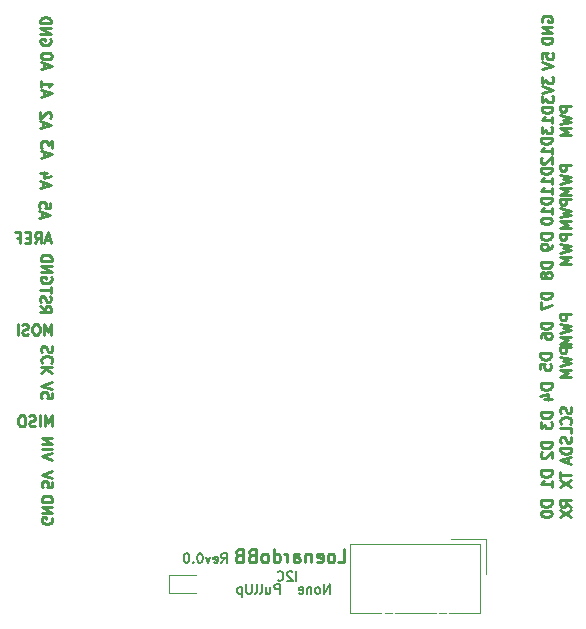
<source format=gbr>
G04 #@! TF.GenerationSoftware,KiCad,Pcbnew,5.0.2-bee76a0~70~ubuntu18.04.1*
G04 #@! TF.CreationDate,2019-02-14T01:12:15+09:00*
G04 #@! TF.ProjectId,LeonardoBB,4c656f6e-6172-4646-9f42-422e6b696361,rev?*
G04 #@! TF.SameCoordinates,Original*
G04 #@! TF.FileFunction,Legend,Bot*
G04 #@! TF.FilePolarity,Positive*
%FSLAX46Y46*%
G04 Gerber Fmt 4.6, Leading zero omitted, Abs format (unit mm)*
G04 Created by KiCad (PCBNEW 5.0.2-bee76a0~70~ubuntu18.04.1) date 2019年02月14日 01時12分15秒*
%MOMM*%
%LPD*%
G01*
G04 APERTURE LIST*
%ADD10C,0.225000*%
%ADD11C,0.200000*%
%ADD12C,0.275000*%
%ADD13C,0.120000*%
G04 APERTURE END LIST*
D10*
X167221642Y-95890714D02*
X166321642Y-95890714D01*
X166321642Y-96233571D01*
X166364500Y-96319285D01*
X166407357Y-96362142D01*
X166493071Y-96405000D01*
X166621642Y-96405000D01*
X166707357Y-96362142D01*
X166750214Y-96319285D01*
X166793071Y-96233571D01*
X166793071Y-95890714D01*
X166321642Y-96705000D02*
X167221642Y-96919285D01*
X166578785Y-97090714D01*
X167221642Y-97262142D01*
X166321642Y-97476428D01*
X167221642Y-97819285D02*
X166321642Y-97819285D01*
X166964500Y-98119285D01*
X166321642Y-98419285D01*
X167221642Y-98419285D01*
X167221642Y-92906214D02*
X166321642Y-92906214D01*
X166321642Y-93249071D01*
X166364500Y-93334785D01*
X166407357Y-93377642D01*
X166493071Y-93420500D01*
X166621642Y-93420500D01*
X166707357Y-93377642D01*
X166750214Y-93334785D01*
X166793071Y-93249071D01*
X166793071Y-92906214D01*
X166321642Y-93720500D02*
X167221642Y-93934785D01*
X166578785Y-94106214D01*
X167221642Y-94277642D01*
X166321642Y-94491928D01*
X167221642Y-94834785D02*
X166321642Y-94834785D01*
X166964500Y-95134785D01*
X166321642Y-95434785D01*
X167221642Y-95434785D01*
X167221642Y-90048714D02*
X166321642Y-90048714D01*
X166321642Y-90391571D01*
X166364500Y-90477285D01*
X166407357Y-90520142D01*
X166493071Y-90563000D01*
X166621642Y-90563000D01*
X166707357Y-90520142D01*
X166750214Y-90477285D01*
X166793071Y-90391571D01*
X166793071Y-90048714D01*
X166321642Y-90863000D02*
X167221642Y-91077285D01*
X166578785Y-91248714D01*
X167221642Y-91420142D01*
X166321642Y-91634428D01*
X167221642Y-91977285D02*
X166321642Y-91977285D01*
X166964500Y-92277285D01*
X166321642Y-92577285D01*
X167221642Y-92577285D01*
X167221642Y-85032214D02*
X166321642Y-85032214D01*
X166321642Y-85375071D01*
X166364500Y-85460785D01*
X166407357Y-85503642D01*
X166493071Y-85546500D01*
X166621642Y-85546500D01*
X166707357Y-85503642D01*
X166750214Y-85460785D01*
X166793071Y-85375071D01*
X166793071Y-85032214D01*
X166321642Y-85846500D02*
X167221642Y-86060785D01*
X166578785Y-86232214D01*
X167221642Y-86403642D01*
X166321642Y-86617928D01*
X167221642Y-86960785D02*
X166321642Y-86960785D01*
X166964500Y-87260785D01*
X166321642Y-87560785D01*
X167221642Y-87560785D01*
X167221642Y-102685214D02*
X166321642Y-102685214D01*
X166321642Y-103028071D01*
X166364500Y-103113785D01*
X166407357Y-103156642D01*
X166493071Y-103199500D01*
X166621642Y-103199500D01*
X166707357Y-103156642D01*
X166750214Y-103113785D01*
X166793071Y-103028071D01*
X166793071Y-102685214D01*
X166321642Y-103499500D02*
X167221642Y-103713785D01*
X166578785Y-103885214D01*
X167221642Y-104056642D01*
X166321642Y-104270928D01*
X167221642Y-104613785D02*
X166321642Y-104613785D01*
X166964500Y-104913785D01*
X166321642Y-105213785D01*
X167221642Y-105213785D01*
X167221642Y-105479214D02*
X166321642Y-105479214D01*
X166321642Y-105822071D01*
X166364500Y-105907785D01*
X166407357Y-105950642D01*
X166493071Y-105993500D01*
X166621642Y-105993500D01*
X166707357Y-105950642D01*
X166750214Y-105907785D01*
X166793071Y-105822071D01*
X166793071Y-105479214D01*
X166321642Y-106293500D02*
X167221642Y-106507785D01*
X166578785Y-106679214D01*
X167221642Y-106850642D01*
X166321642Y-107064928D01*
X167221642Y-107407785D02*
X166321642Y-107407785D01*
X166964500Y-107707785D01*
X166321642Y-108007785D01*
X167221642Y-108007785D01*
X167221642Y-118976000D02*
X166793071Y-118676000D01*
X167221642Y-118461714D02*
X166321642Y-118461714D01*
X166321642Y-118804571D01*
X166364500Y-118890285D01*
X166407357Y-118933142D01*
X166493071Y-118976000D01*
X166621642Y-118976000D01*
X166707357Y-118933142D01*
X166750214Y-118890285D01*
X166793071Y-118804571D01*
X166793071Y-118461714D01*
X166321642Y-119276000D02*
X167221642Y-119876000D01*
X166321642Y-119876000D02*
X167221642Y-119276000D01*
X166321642Y-116027285D02*
X166321642Y-116541571D01*
X167221642Y-116284428D02*
X166321642Y-116284428D01*
X166321642Y-116755857D02*
X167221642Y-117355857D01*
X166321642Y-117355857D02*
X167221642Y-116755857D01*
X167178785Y-110561571D02*
X167221642Y-110690142D01*
X167221642Y-110904428D01*
X167178785Y-110990142D01*
X167135928Y-111033000D01*
X167050214Y-111075857D01*
X166964500Y-111075857D01*
X166878785Y-111033000D01*
X166835928Y-110990142D01*
X166793071Y-110904428D01*
X166750214Y-110733000D01*
X166707357Y-110647285D01*
X166664500Y-110604428D01*
X166578785Y-110561571D01*
X166493071Y-110561571D01*
X166407357Y-110604428D01*
X166364500Y-110647285D01*
X166321642Y-110733000D01*
X166321642Y-110947285D01*
X166364500Y-111075857D01*
X167135928Y-111975857D02*
X167178785Y-111933000D01*
X167221642Y-111804428D01*
X167221642Y-111718714D01*
X167178785Y-111590142D01*
X167093071Y-111504428D01*
X167007357Y-111461571D01*
X166835928Y-111418714D01*
X166707357Y-111418714D01*
X166535928Y-111461571D01*
X166450214Y-111504428D01*
X166364500Y-111590142D01*
X166321642Y-111718714D01*
X166321642Y-111804428D01*
X166364500Y-111933000D01*
X166407357Y-111975857D01*
X167221642Y-112790142D02*
X167221642Y-112361571D01*
X166321642Y-112361571D01*
X167178785Y-113080142D02*
X167221642Y-113208714D01*
X167221642Y-113423000D01*
X167178785Y-113508714D01*
X167135928Y-113551571D01*
X167050214Y-113594428D01*
X166964500Y-113594428D01*
X166878785Y-113551571D01*
X166835928Y-113508714D01*
X166793071Y-113423000D01*
X166750214Y-113251571D01*
X166707357Y-113165857D01*
X166664500Y-113123000D01*
X166578785Y-113080142D01*
X166493071Y-113080142D01*
X166407357Y-113123000D01*
X166364500Y-113165857D01*
X166321642Y-113251571D01*
X166321642Y-113465857D01*
X166364500Y-113594428D01*
X167221642Y-113980142D02*
X166321642Y-113980142D01*
X166321642Y-114194428D01*
X166364500Y-114323000D01*
X166450214Y-114408714D01*
X166535928Y-114451571D01*
X166707357Y-114494428D01*
X166835928Y-114494428D01*
X167007357Y-114451571D01*
X167093071Y-114408714D01*
X167178785Y-114323000D01*
X167221642Y-114194428D01*
X167221642Y-113980142D01*
X166964500Y-114837285D02*
X166964500Y-115265857D01*
X167221642Y-114751571D02*
X166321642Y-115051571D01*
X167221642Y-115351571D01*
D11*
X137623380Y-123742404D02*
X137890047Y-123361452D01*
X138080523Y-123742404D02*
X138080523Y-122942404D01*
X137775761Y-122942404D01*
X137699571Y-122980500D01*
X137661476Y-123018595D01*
X137623380Y-123094785D01*
X137623380Y-123209071D01*
X137661476Y-123285261D01*
X137699571Y-123323357D01*
X137775761Y-123361452D01*
X138080523Y-123361452D01*
X136975761Y-123704309D02*
X137051952Y-123742404D01*
X137204333Y-123742404D01*
X137280523Y-123704309D01*
X137318619Y-123628119D01*
X137318619Y-123323357D01*
X137280523Y-123247166D01*
X137204333Y-123209071D01*
X137051952Y-123209071D01*
X136975761Y-123247166D01*
X136937666Y-123323357D01*
X136937666Y-123399547D01*
X137318619Y-123475738D01*
X136671000Y-123209071D02*
X136480523Y-123742404D01*
X136290047Y-123209071D01*
X135832904Y-122942404D02*
X135756714Y-122942404D01*
X135680523Y-122980500D01*
X135642428Y-123018595D01*
X135604333Y-123094785D01*
X135566238Y-123247166D01*
X135566238Y-123437642D01*
X135604333Y-123590023D01*
X135642428Y-123666214D01*
X135680523Y-123704309D01*
X135756714Y-123742404D01*
X135832904Y-123742404D01*
X135909095Y-123704309D01*
X135947190Y-123666214D01*
X135985285Y-123590023D01*
X136023380Y-123437642D01*
X136023380Y-123247166D01*
X135985285Y-123094785D01*
X135947190Y-123018595D01*
X135909095Y-122980500D01*
X135832904Y-122942404D01*
X135223380Y-123666214D02*
X135185285Y-123704309D01*
X135223380Y-123742404D01*
X135261476Y-123704309D01*
X135223380Y-123666214D01*
X135223380Y-123742404D01*
X134690047Y-122942404D02*
X134613857Y-122942404D01*
X134537666Y-122980500D01*
X134499571Y-123018595D01*
X134461476Y-123094785D01*
X134423380Y-123247166D01*
X134423380Y-123437642D01*
X134461476Y-123590023D01*
X134499571Y-123666214D01*
X134537666Y-123704309D01*
X134613857Y-123742404D01*
X134690047Y-123742404D01*
X134766238Y-123704309D01*
X134804333Y-123666214D01*
X134842428Y-123590023D01*
X134880523Y-123437642D01*
X134880523Y-123247166D01*
X134842428Y-123094785D01*
X134804333Y-123018595D01*
X134766238Y-122980500D01*
X134690047Y-122942404D01*
D12*
X147506023Y-123687619D02*
X148029833Y-123687619D01*
X148029833Y-122587619D01*
X146982214Y-123687619D02*
X147086976Y-123635238D01*
X147139357Y-123582857D01*
X147191738Y-123478095D01*
X147191738Y-123163809D01*
X147139357Y-123059047D01*
X147086976Y-123006666D01*
X146982214Y-122954285D01*
X146825071Y-122954285D01*
X146720309Y-123006666D01*
X146667928Y-123059047D01*
X146615547Y-123163809D01*
X146615547Y-123478095D01*
X146667928Y-123582857D01*
X146720309Y-123635238D01*
X146825071Y-123687619D01*
X146982214Y-123687619D01*
X145725071Y-123635238D02*
X145829833Y-123687619D01*
X146039357Y-123687619D01*
X146144119Y-123635238D01*
X146196500Y-123530476D01*
X146196500Y-123111428D01*
X146144119Y-123006666D01*
X146039357Y-122954285D01*
X145829833Y-122954285D01*
X145725071Y-123006666D01*
X145672690Y-123111428D01*
X145672690Y-123216190D01*
X146196500Y-123320952D01*
X145201261Y-122954285D02*
X145201261Y-123687619D01*
X145201261Y-123059047D02*
X145148880Y-123006666D01*
X145044119Y-122954285D01*
X144886976Y-122954285D01*
X144782214Y-123006666D01*
X144729833Y-123111428D01*
X144729833Y-123687619D01*
X143734595Y-123687619D02*
X143734595Y-123111428D01*
X143786976Y-123006666D01*
X143891738Y-122954285D01*
X144101261Y-122954285D01*
X144206023Y-123006666D01*
X143734595Y-123635238D02*
X143839357Y-123687619D01*
X144101261Y-123687619D01*
X144206023Y-123635238D01*
X144258404Y-123530476D01*
X144258404Y-123425714D01*
X144206023Y-123320952D01*
X144101261Y-123268571D01*
X143839357Y-123268571D01*
X143734595Y-123216190D01*
X143210785Y-123687619D02*
X143210785Y-122954285D01*
X143210785Y-123163809D02*
X143158404Y-123059047D01*
X143106023Y-123006666D01*
X143001261Y-122954285D01*
X142896500Y-122954285D01*
X142058404Y-123687619D02*
X142058404Y-122587619D01*
X142058404Y-123635238D02*
X142163166Y-123687619D01*
X142372690Y-123687619D01*
X142477452Y-123635238D01*
X142529833Y-123582857D01*
X142582214Y-123478095D01*
X142582214Y-123163809D01*
X142529833Y-123059047D01*
X142477452Y-123006666D01*
X142372690Y-122954285D01*
X142163166Y-122954285D01*
X142058404Y-123006666D01*
X141377452Y-123687619D02*
X141482214Y-123635238D01*
X141534595Y-123582857D01*
X141586976Y-123478095D01*
X141586976Y-123163809D01*
X141534595Y-123059047D01*
X141482214Y-123006666D01*
X141377452Y-122954285D01*
X141220309Y-122954285D01*
X141115547Y-123006666D01*
X141063166Y-123059047D01*
X141010785Y-123163809D01*
X141010785Y-123478095D01*
X141063166Y-123582857D01*
X141115547Y-123635238D01*
X141220309Y-123687619D01*
X141377452Y-123687619D01*
X140172690Y-123111428D02*
X140015547Y-123163809D01*
X139963166Y-123216190D01*
X139910785Y-123320952D01*
X139910785Y-123478095D01*
X139963166Y-123582857D01*
X140015547Y-123635238D01*
X140120309Y-123687619D01*
X140539357Y-123687619D01*
X140539357Y-122587619D01*
X140172690Y-122587619D01*
X140067928Y-122640000D01*
X140015547Y-122692380D01*
X139963166Y-122797142D01*
X139963166Y-122901904D01*
X140015547Y-123006666D01*
X140067928Y-123059047D01*
X140172690Y-123111428D01*
X140539357Y-123111428D01*
X139072690Y-123111428D02*
X138915547Y-123163809D01*
X138863166Y-123216190D01*
X138810785Y-123320952D01*
X138810785Y-123478095D01*
X138863166Y-123582857D01*
X138915547Y-123635238D01*
X139020309Y-123687619D01*
X139439357Y-123687619D01*
X139439357Y-122587619D01*
X139072690Y-122587619D01*
X138967928Y-122640000D01*
X138915547Y-122692380D01*
X138863166Y-122797142D01*
X138863166Y-122901904D01*
X138915547Y-123006666D01*
X138967928Y-123059047D01*
X139072690Y-123111428D01*
X139439357Y-123111428D01*
D11*
X143973452Y-125266404D02*
X143973452Y-124466404D01*
X143630595Y-124542595D02*
X143592500Y-124504500D01*
X143516309Y-124466404D01*
X143325833Y-124466404D01*
X143249642Y-124504500D01*
X143211547Y-124542595D01*
X143173452Y-124618785D01*
X143173452Y-124694976D01*
X143211547Y-124809261D01*
X143668690Y-125266404D01*
X143173452Y-125266404D01*
X142373452Y-125190214D02*
X142411547Y-125228309D01*
X142525833Y-125266404D01*
X142602023Y-125266404D01*
X142716309Y-125228309D01*
X142792500Y-125152119D01*
X142830595Y-125075928D01*
X142868690Y-124923547D01*
X142868690Y-124809261D01*
X142830595Y-124656880D01*
X142792500Y-124580690D01*
X142716309Y-124504500D01*
X142602023Y-124466404D01*
X142525833Y-124466404D01*
X142411547Y-124504500D01*
X142373452Y-124542595D01*
X146773738Y-126345904D02*
X146773738Y-125545904D01*
X146316595Y-126345904D01*
X146316595Y-125545904D01*
X145821357Y-126345904D02*
X145897547Y-126307809D01*
X145935642Y-126269714D01*
X145973738Y-126193523D01*
X145973738Y-125964952D01*
X145935642Y-125888761D01*
X145897547Y-125850666D01*
X145821357Y-125812571D01*
X145707071Y-125812571D01*
X145630880Y-125850666D01*
X145592785Y-125888761D01*
X145554690Y-125964952D01*
X145554690Y-126193523D01*
X145592785Y-126269714D01*
X145630880Y-126307809D01*
X145707071Y-126345904D01*
X145821357Y-126345904D01*
X145211833Y-125812571D02*
X145211833Y-126345904D01*
X145211833Y-125888761D02*
X145173738Y-125850666D01*
X145097547Y-125812571D01*
X144983261Y-125812571D01*
X144907071Y-125850666D01*
X144868976Y-125926857D01*
X144868976Y-126345904D01*
X144183261Y-126307809D02*
X144259452Y-126345904D01*
X144411833Y-126345904D01*
X144488023Y-126307809D01*
X144526119Y-126231619D01*
X144526119Y-125926857D01*
X144488023Y-125850666D01*
X144411833Y-125812571D01*
X144259452Y-125812571D01*
X144183261Y-125850666D01*
X144145166Y-125926857D01*
X144145166Y-126003047D01*
X144526119Y-126079238D01*
X142550928Y-126345904D02*
X142550928Y-125545904D01*
X142246166Y-125545904D01*
X142169976Y-125584000D01*
X142131880Y-125622095D01*
X142093785Y-125698285D01*
X142093785Y-125812571D01*
X142131880Y-125888761D01*
X142169976Y-125926857D01*
X142246166Y-125964952D01*
X142550928Y-125964952D01*
X141408071Y-125812571D02*
X141408071Y-126345904D01*
X141750928Y-125812571D02*
X141750928Y-126231619D01*
X141712833Y-126307809D01*
X141636642Y-126345904D01*
X141522357Y-126345904D01*
X141446166Y-126307809D01*
X141408071Y-126269714D01*
X140912833Y-126345904D02*
X140989023Y-126307809D01*
X141027119Y-126231619D01*
X141027119Y-125545904D01*
X140493785Y-126345904D02*
X140569976Y-126307809D01*
X140608071Y-126231619D01*
X140608071Y-125545904D01*
X140189023Y-125545904D02*
X140189023Y-126193523D01*
X140150928Y-126269714D01*
X140112833Y-126307809D01*
X140036642Y-126345904D01*
X139884261Y-126345904D01*
X139808071Y-126307809D01*
X139769976Y-126269714D01*
X139731880Y-126193523D01*
X139731880Y-125545904D01*
X139350928Y-125812571D02*
X139350928Y-126612571D01*
X139350928Y-125850666D02*
X139274738Y-125812571D01*
X139122357Y-125812571D01*
X139046166Y-125850666D01*
X139008071Y-125888761D01*
X138969976Y-125964952D01*
X138969976Y-126193523D01*
X139008071Y-126269714D01*
X139046166Y-126307809D01*
X139122357Y-126345904D01*
X139274738Y-126345904D01*
X139350928Y-126307809D01*
D10*
X165570642Y-118461714D02*
X164670642Y-118461714D01*
X164670642Y-118676000D01*
X164713500Y-118804571D01*
X164799214Y-118890285D01*
X164884928Y-118933142D01*
X165056357Y-118976000D01*
X165184928Y-118976000D01*
X165356357Y-118933142D01*
X165442071Y-118890285D01*
X165527785Y-118804571D01*
X165570642Y-118676000D01*
X165570642Y-118461714D01*
X164670642Y-119533142D02*
X164670642Y-119618857D01*
X164713500Y-119704571D01*
X164756357Y-119747428D01*
X164842071Y-119790285D01*
X165013500Y-119833142D01*
X165227785Y-119833142D01*
X165399214Y-119790285D01*
X165484928Y-119747428D01*
X165527785Y-119704571D01*
X165570642Y-119618857D01*
X165570642Y-119533142D01*
X165527785Y-119447428D01*
X165484928Y-119404571D01*
X165399214Y-119361714D01*
X165227785Y-119318857D01*
X165013500Y-119318857D01*
X164842071Y-119361714D01*
X164756357Y-119404571D01*
X164713500Y-119447428D01*
X164670642Y-119533142D01*
X165570642Y-115921714D02*
X164670642Y-115921714D01*
X164670642Y-116136000D01*
X164713500Y-116264571D01*
X164799214Y-116350285D01*
X164884928Y-116393142D01*
X165056357Y-116436000D01*
X165184928Y-116436000D01*
X165356357Y-116393142D01*
X165442071Y-116350285D01*
X165527785Y-116264571D01*
X165570642Y-116136000D01*
X165570642Y-115921714D01*
X165570642Y-117293142D02*
X165570642Y-116778857D01*
X165570642Y-117036000D02*
X164670642Y-117036000D01*
X164799214Y-116950285D01*
X164884928Y-116864571D01*
X164927785Y-116778857D01*
X165570642Y-113508714D02*
X164670642Y-113508714D01*
X164670642Y-113723000D01*
X164713500Y-113851571D01*
X164799214Y-113937285D01*
X164884928Y-113980142D01*
X165056357Y-114023000D01*
X165184928Y-114023000D01*
X165356357Y-113980142D01*
X165442071Y-113937285D01*
X165527785Y-113851571D01*
X165570642Y-113723000D01*
X165570642Y-113508714D01*
X164756357Y-114365857D02*
X164713500Y-114408714D01*
X164670642Y-114494428D01*
X164670642Y-114708714D01*
X164713500Y-114794428D01*
X164756357Y-114837285D01*
X164842071Y-114880142D01*
X164927785Y-114880142D01*
X165056357Y-114837285D01*
X165570642Y-114323000D01*
X165570642Y-114880142D01*
X165570642Y-110968714D02*
X164670642Y-110968714D01*
X164670642Y-111183000D01*
X164713500Y-111311571D01*
X164799214Y-111397285D01*
X164884928Y-111440142D01*
X165056357Y-111483000D01*
X165184928Y-111483000D01*
X165356357Y-111440142D01*
X165442071Y-111397285D01*
X165527785Y-111311571D01*
X165570642Y-111183000D01*
X165570642Y-110968714D01*
X164670642Y-111783000D02*
X164670642Y-112340142D01*
X165013500Y-112040142D01*
X165013500Y-112168714D01*
X165056357Y-112254428D01*
X165099214Y-112297285D01*
X165184928Y-112340142D01*
X165399214Y-112340142D01*
X165484928Y-112297285D01*
X165527785Y-112254428D01*
X165570642Y-112168714D01*
X165570642Y-111911571D01*
X165527785Y-111825857D01*
X165484928Y-111783000D01*
X165570642Y-108555714D02*
X164670642Y-108555714D01*
X164670642Y-108770000D01*
X164713500Y-108898571D01*
X164799214Y-108984285D01*
X164884928Y-109027142D01*
X165056357Y-109070000D01*
X165184928Y-109070000D01*
X165356357Y-109027142D01*
X165442071Y-108984285D01*
X165527785Y-108898571D01*
X165570642Y-108770000D01*
X165570642Y-108555714D01*
X164970642Y-109841428D02*
X165570642Y-109841428D01*
X164627785Y-109627142D02*
X165270642Y-109412857D01*
X165270642Y-109970000D01*
X165507142Y-106015714D02*
X164607142Y-106015714D01*
X164607142Y-106230000D01*
X164650000Y-106358571D01*
X164735714Y-106444285D01*
X164821428Y-106487142D01*
X164992857Y-106530000D01*
X165121428Y-106530000D01*
X165292857Y-106487142D01*
X165378571Y-106444285D01*
X165464285Y-106358571D01*
X165507142Y-106230000D01*
X165507142Y-106015714D01*
X164607142Y-107344285D02*
X164607142Y-106915714D01*
X165035714Y-106872857D01*
X164992857Y-106915714D01*
X164950000Y-107001428D01*
X164950000Y-107215714D01*
X164992857Y-107301428D01*
X165035714Y-107344285D01*
X165121428Y-107387142D01*
X165335714Y-107387142D01*
X165421428Y-107344285D01*
X165464285Y-107301428D01*
X165507142Y-107215714D01*
X165507142Y-107001428D01*
X165464285Y-106915714D01*
X165421428Y-106872857D01*
X165570642Y-103412214D02*
X164670642Y-103412214D01*
X164670642Y-103626500D01*
X164713500Y-103755071D01*
X164799214Y-103840785D01*
X164884928Y-103883642D01*
X165056357Y-103926500D01*
X165184928Y-103926500D01*
X165356357Y-103883642D01*
X165442071Y-103840785D01*
X165527785Y-103755071D01*
X165570642Y-103626500D01*
X165570642Y-103412214D01*
X164670642Y-104697928D02*
X164670642Y-104526500D01*
X164713500Y-104440785D01*
X164756357Y-104397928D01*
X164884928Y-104312214D01*
X165056357Y-104269357D01*
X165399214Y-104269357D01*
X165484928Y-104312214D01*
X165527785Y-104355071D01*
X165570642Y-104440785D01*
X165570642Y-104612214D01*
X165527785Y-104697928D01*
X165484928Y-104740785D01*
X165399214Y-104783642D01*
X165184928Y-104783642D01*
X165099214Y-104740785D01*
X165056357Y-104697928D01*
X165013500Y-104612214D01*
X165013500Y-104440785D01*
X165056357Y-104355071D01*
X165099214Y-104312214D01*
X165184928Y-104269357D01*
X165570642Y-100872214D02*
X164670642Y-100872214D01*
X164670642Y-101086500D01*
X164713500Y-101215071D01*
X164799214Y-101300785D01*
X164884928Y-101343642D01*
X165056357Y-101386500D01*
X165184928Y-101386500D01*
X165356357Y-101343642D01*
X165442071Y-101300785D01*
X165527785Y-101215071D01*
X165570642Y-101086500D01*
X165570642Y-100872214D01*
X164670642Y-101686500D02*
X164670642Y-102286500D01*
X165570642Y-101900785D01*
X165570642Y-98268714D02*
X164670642Y-98268714D01*
X164670642Y-98483000D01*
X164713500Y-98611571D01*
X164799214Y-98697285D01*
X164884928Y-98740142D01*
X165056357Y-98783000D01*
X165184928Y-98783000D01*
X165356357Y-98740142D01*
X165442071Y-98697285D01*
X165527785Y-98611571D01*
X165570642Y-98483000D01*
X165570642Y-98268714D01*
X165056357Y-99297285D02*
X165013500Y-99211571D01*
X164970642Y-99168714D01*
X164884928Y-99125857D01*
X164842071Y-99125857D01*
X164756357Y-99168714D01*
X164713500Y-99211571D01*
X164670642Y-99297285D01*
X164670642Y-99468714D01*
X164713500Y-99554428D01*
X164756357Y-99597285D01*
X164842071Y-99640142D01*
X164884928Y-99640142D01*
X164970642Y-99597285D01*
X165013500Y-99554428D01*
X165056357Y-99468714D01*
X165056357Y-99297285D01*
X165099214Y-99211571D01*
X165142071Y-99168714D01*
X165227785Y-99125857D01*
X165399214Y-99125857D01*
X165484928Y-99168714D01*
X165527785Y-99211571D01*
X165570642Y-99297285D01*
X165570642Y-99468714D01*
X165527785Y-99554428D01*
X165484928Y-99597285D01*
X165399214Y-99640142D01*
X165227785Y-99640142D01*
X165142071Y-99597285D01*
X165099214Y-99554428D01*
X165056357Y-99468714D01*
X165570642Y-95855714D02*
X164670642Y-95855714D01*
X164670642Y-96070000D01*
X164713500Y-96198571D01*
X164799214Y-96284285D01*
X164884928Y-96327142D01*
X165056357Y-96370000D01*
X165184928Y-96370000D01*
X165356357Y-96327142D01*
X165442071Y-96284285D01*
X165527785Y-96198571D01*
X165570642Y-96070000D01*
X165570642Y-95855714D01*
X165570642Y-96798571D02*
X165570642Y-96970000D01*
X165527785Y-97055714D01*
X165484928Y-97098571D01*
X165356357Y-97184285D01*
X165184928Y-97227142D01*
X164842071Y-97227142D01*
X164756357Y-97184285D01*
X164713500Y-97141428D01*
X164670642Y-97055714D01*
X164670642Y-96884285D01*
X164713500Y-96798571D01*
X164756357Y-96755714D01*
X164842071Y-96712857D01*
X165056357Y-96712857D01*
X165142071Y-96755714D01*
X165184928Y-96798571D01*
X165227785Y-96884285D01*
X165227785Y-97055714D01*
X165184928Y-97141428D01*
X165142071Y-97184285D01*
X165056357Y-97227142D01*
X165570642Y-92823642D02*
X164670642Y-92823642D01*
X164670642Y-93037928D01*
X164713500Y-93166500D01*
X164799214Y-93252214D01*
X164884928Y-93295071D01*
X165056357Y-93337928D01*
X165184928Y-93337928D01*
X165356357Y-93295071D01*
X165442071Y-93252214D01*
X165527785Y-93166500D01*
X165570642Y-93037928D01*
X165570642Y-92823642D01*
X165570642Y-94195071D02*
X165570642Y-93680785D01*
X165570642Y-93937928D02*
X164670642Y-93937928D01*
X164799214Y-93852214D01*
X164884928Y-93766500D01*
X164927785Y-93680785D01*
X164670642Y-94752214D02*
X164670642Y-94837928D01*
X164713500Y-94923642D01*
X164756357Y-94966500D01*
X164842071Y-95009357D01*
X165013500Y-95052214D01*
X165227785Y-95052214D01*
X165399214Y-95009357D01*
X165484928Y-94966500D01*
X165527785Y-94923642D01*
X165570642Y-94837928D01*
X165570642Y-94752214D01*
X165527785Y-94666500D01*
X165484928Y-94623642D01*
X165399214Y-94580785D01*
X165227785Y-94537928D01*
X165013500Y-94537928D01*
X164842071Y-94580785D01*
X164756357Y-94623642D01*
X164713500Y-94666500D01*
X164670642Y-94752214D01*
X165570642Y-90283642D02*
X164670642Y-90283642D01*
X164670642Y-90497928D01*
X164713500Y-90626500D01*
X164799214Y-90712214D01*
X164884928Y-90755071D01*
X165056357Y-90797928D01*
X165184928Y-90797928D01*
X165356357Y-90755071D01*
X165442071Y-90712214D01*
X165527785Y-90626500D01*
X165570642Y-90497928D01*
X165570642Y-90283642D01*
X165570642Y-91655071D02*
X165570642Y-91140785D01*
X165570642Y-91397928D02*
X164670642Y-91397928D01*
X164799214Y-91312214D01*
X164884928Y-91226500D01*
X164927785Y-91140785D01*
X165570642Y-92512214D02*
X165570642Y-91997928D01*
X165570642Y-92255071D02*
X164670642Y-92255071D01*
X164799214Y-92169357D01*
X164884928Y-92083642D01*
X164927785Y-91997928D01*
X165570642Y-87743642D02*
X164670642Y-87743642D01*
X164670642Y-87957928D01*
X164713500Y-88086500D01*
X164799214Y-88172214D01*
X164884928Y-88215071D01*
X165056357Y-88257928D01*
X165184928Y-88257928D01*
X165356357Y-88215071D01*
X165442071Y-88172214D01*
X165527785Y-88086500D01*
X165570642Y-87957928D01*
X165570642Y-87743642D01*
X165570642Y-89115071D02*
X165570642Y-88600785D01*
X165570642Y-88857928D02*
X164670642Y-88857928D01*
X164799214Y-88772214D01*
X164884928Y-88686500D01*
X164927785Y-88600785D01*
X164756357Y-89457928D02*
X164713500Y-89500785D01*
X164670642Y-89586500D01*
X164670642Y-89800785D01*
X164713500Y-89886500D01*
X164756357Y-89929357D01*
X164842071Y-89972214D01*
X164927785Y-89972214D01*
X165056357Y-89929357D01*
X165570642Y-89415071D01*
X165570642Y-89972214D01*
X165634142Y-85140142D02*
X164734142Y-85140142D01*
X164734142Y-85354428D01*
X164777000Y-85483000D01*
X164862714Y-85568714D01*
X164948428Y-85611571D01*
X165119857Y-85654428D01*
X165248428Y-85654428D01*
X165419857Y-85611571D01*
X165505571Y-85568714D01*
X165591285Y-85483000D01*
X165634142Y-85354428D01*
X165634142Y-85140142D01*
X165634142Y-86511571D02*
X165634142Y-85997285D01*
X165634142Y-86254428D02*
X164734142Y-86254428D01*
X164862714Y-86168714D01*
X164948428Y-86083000D01*
X164991285Y-85997285D01*
X164734142Y-86811571D02*
X164734142Y-87368714D01*
X165077000Y-87068714D01*
X165077000Y-87197285D01*
X165119857Y-87283000D01*
X165162714Y-87325857D01*
X165248428Y-87368714D01*
X165462714Y-87368714D01*
X165548428Y-87325857D01*
X165591285Y-87283000D01*
X165634142Y-87197285D01*
X165634142Y-86940142D01*
X165591285Y-86854428D01*
X165548428Y-86811571D01*
X164797642Y-82578714D02*
X164797642Y-83135857D01*
X165140500Y-82835857D01*
X165140500Y-82964428D01*
X165183357Y-83050142D01*
X165226214Y-83093000D01*
X165311928Y-83135857D01*
X165526214Y-83135857D01*
X165611928Y-83093000D01*
X165654785Y-83050142D01*
X165697642Y-82964428D01*
X165697642Y-82707285D01*
X165654785Y-82621571D01*
X165611928Y-82578714D01*
X164797642Y-83393000D02*
X165697642Y-83693000D01*
X164797642Y-83993000D01*
X164797642Y-84207285D02*
X164797642Y-84764428D01*
X165140500Y-84464428D01*
X165140500Y-84593000D01*
X165183357Y-84678714D01*
X165226214Y-84721571D01*
X165311928Y-84764428D01*
X165526214Y-84764428D01*
X165611928Y-84721571D01*
X165654785Y-84678714D01*
X165697642Y-84593000D01*
X165697642Y-84335857D01*
X165654785Y-84250142D01*
X165611928Y-84207285D01*
X164797642Y-81045071D02*
X164797642Y-80616500D01*
X165226214Y-80573642D01*
X165183357Y-80616500D01*
X165140500Y-80702214D01*
X165140500Y-80916500D01*
X165183357Y-81002214D01*
X165226214Y-81045071D01*
X165311928Y-81087928D01*
X165526214Y-81087928D01*
X165611928Y-81045071D01*
X165654785Y-81002214D01*
X165697642Y-80916500D01*
X165697642Y-80702214D01*
X165654785Y-80616500D01*
X165611928Y-80573642D01*
X164797642Y-81345071D02*
X165697642Y-81645071D01*
X164797642Y-81945071D01*
X164777000Y-77927285D02*
X164734142Y-77841571D01*
X164734142Y-77713000D01*
X164777000Y-77584428D01*
X164862714Y-77498714D01*
X164948428Y-77455857D01*
X165119857Y-77413000D01*
X165248428Y-77413000D01*
X165419857Y-77455857D01*
X165505571Y-77498714D01*
X165591285Y-77584428D01*
X165634142Y-77713000D01*
X165634142Y-77798714D01*
X165591285Y-77927285D01*
X165548428Y-77970142D01*
X165248428Y-77970142D01*
X165248428Y-77798714D01*
X165634142Y-78355857D02*
X164734142Y-78355857D01*
X165634142Y-78870142D01*
X164734142Y-78870142D01*
X165634142Y-79298714D02*
X164734142Y-79298714D01*
X164734142Y-79513000D01*
X164777000Y-79641571D01*
X164862714Y-79727285D01*
X164948428Y-79770142D01*
X165119857Y-79813000D01*
X165248428Y-79813000D01*
X165419857Y-79770142D01*
X165505571Y-79727285D01*
X165591285Y-79641571D01*
X165634142Y-79513000D01*
X165634142Y-79298714D01*
X123259000Y-119938714D02*
X123301857Y-120024428D01*
X123301857Y-120153000D01*
X123259000Y-120281571D01*
X123173285Y-120367285D01*
X123087571Y-120410142D01*
X122916142Y-120453000D01*
X122787571Y-120453000D01*
X122616142Y-120410142D01*
X122530428Y-120367285D01*
X122444714Y-120281571D01*
X122401857Y-120153000D01*
X122401857Y-120067285D01*
X122444714Y-119938714D01*
X122487571Y-119895857D01*
X122787571Y-119895857D01*
X122787571Y-120067285D01*
X122401857Y-119510142D02*
X123301857Y-119510142D01*
X122401857Y-118995857D01*
X123301857Y-118995857D01*
X122401857Y-118567285D02*
X123301857Y-118567285D01*
X123301857Y-118353000D01*
X123259000Y-118224428D01*
X123173285Y-118138714D01*
X123087571Y-118095857D01*
X122916142Y-118053000D01*
X122787571Y-118053000D01*
X122616142Y-118095857D01*
X122530428Y-118138714D01*
X122444714Y-118224428D01*
X122401857Y-118353000D01*
X122401857Y-118567285D01*
X123301857Y-116884428D02*
X123301857Y-117313000D01*
X122873285Y-117355857D01*
X122916142Y-117313000D01*
X122959000Y-117227285D01*
X122959000Y-117013000D01*
X122916142Y-116927285D01*
X122873285Y-116884428D01*
X122787571Y-116841571D01*
X122573285Y-116841571D01*
X122487571Y-116884428D01*
X122444714Y-116927285D01*
X122401857Y-117013000D01*
X122401857Y-117227285D01*
X122444714Y-117313000D01*
X122487571Y-117355857D01*
X123301857Y-116584428D02*
X122401857Y-116284428D01*
X123301857Y-115984428D01*
X123301857Y-115031714D02*
X122401857Y-114731714D01*
X123301857Y-114431714D01*
X122401857Y-114131714D02*
X123301857Y-114131714D01*
X122401857Y-113703142D02*
X123301857Y-113703142D01*
X122401857Y-113188857D01*
X123301857Y-113188857D01*
X123270785Y-112167142D02*
X123270785Y-111267142D01*
X122970785Y-111910000D01*
X122670785Y-111267142D01*
X122670785Y-112167142D01*
X122242214Y-112167142D02*
X122242214Y-111267142D01*
X121856500Y-112124285D02*
X121727928Y-112167142D01*
X121513642Y-112167142D01*
X121427928Y-112124285D01*
X121385071Y-112081428D01*
X121342214Y-111995714D01*
X121342214Y-111910000D01*
X121385071Y-111824285D01*
X121427928Y-111781428D01*
X121513642Y-111738571D01*
X121685071Y-111695714D01*
X121770785Y-111652857D01*
X121813642Y-111610000D01*
X121856500Y-111524285D01*
X121856500Y-111438571D01*
X121813642Y-111352857D01*
X121770785Y-111310000D01*
X121685071Y-111267142D01*
X121470785Y-111267142D01*
X121342214Y-111310000D01*
X120785071Y-111267142D02*
X120613642Y-111267142D01*
X120527928Y-111310000D01*
X120442214Y-111395714D01*
X120399357Y-111567142D01*
X120399357Y-111867142D01*
X120442214Y-112038571D01*
X120527928Y-112124285D01*
X120613642Y-112167142D01*
X120785071Y-112167142D01*
X120870785Y-112124285D01*
X120956500Y-112038571D01*
X120999357Y-111867142D01*
X120999357Y-111567142D01*
X120956500Y-111395714D01*
X120870785Y-111310000D01*
X120785071Y-111267142D01*
X123238357Y-109327928D02*
X123238357Y-109756500D01*
X122809785Y-109799357D01*
X122852642Y-109756500D01*
X122895500Y-109670785D01*
X122895500Y-109456500D01*
X122852642Y-109370785D01*
X122809785Y-109327928D01*
X122724071Y-109285071D01*
X122509785Y-109285071D01*
X122424071Y-109327928D01*
X122381214Y-109370785D01*
X122338357Y-109456500D01*
X122338357Y-109670785D01*
X122381214Y-109756500D01*
X122424071Y-109799357D01*
X123238357Y-109027928D02*
X122338357Y-108727928D01*
X123238357Y-108427928D01*
X123236785Y-105395857D02*
X123279642Y-105524428D01*
X123279642Y-105738714D01*
X123236785Y-105824428D01*
X123193928Y-105867285D01*
X123108214Y-105910142D01*
X123022500Y-105910142D01*
X122936785Y-105867285D01*
X122893928Y-105824428D01*
X122851071Y-105738714D01*
X122808214Y-105567285D01*
X122765357Y-105481571D01*
X122722500Y-105438714D01*
X122636785Y-105395857D01*
X122551071Y-105395857D01*
X122465357Y-105438714D01*
X122422500Y-105481571D01*
X122379642Y-105567285D01*
X122379642Y-105781571D01*
X122422500Y-105910142D01*
X123193928Y-106810142D02*
X123236785Y-106767285D01*
X123279642Y-106638714D01*
X123279642Y-106553000D01*
X123236785Y-106424428D01*
X123151071Y-106338714D01*
X123065357Y-106295857D01*
X122893928Y-106253000D01*
X122765357Y-106253000D01*
X122593928Y-106295857D01*
X122508214Y-106338714D01*
X122422500Y-106424428D01*
X122379642Y-106553000D01*
X122379642Y-106638714D01*
X122422500Y-106767285D01*
X122465357Y-106810142D01*
X123279642Y-107195857D02*
X122379642Y-107195857D01*
X123279642Y-107710142D02*
X122765357Y-107324428D01*
X122379642Y-107710142D02*
X122893928Y-107195857D01*
X123207285Y-104420142D02*
X123207285Y-103520142D01*
X122907285Y-104163000D01*
X122607285Y-103520142D01*
X122607285Y-104420142D01*
X122007285Y-103520142D02*
X121835857Y-103520142D01*
X121750142Y-103563000D01*
X121664428Y-103648714D01*
X121621571Y-103820142D01*
X121621571Y-104120142D01*
X121664428Y-104291571D01*
X121750142Y-104377285D01*
X121835857Y-104420142D01*
X122007285Y-104420142D01*
X122093000Y-104377285D01*
X122178714Y-104291571D01*
X122221571Y-104120142D01*
X122221571Y-103820142D01*
X122178714Y-103648714D01*
X122093000Y-103563000D01*
X122007285Y-103520142D01*
X121278714Y-104377285D02*
X121150142Y-104420142D01*
X120935857Y-104420142D01*
X120850142Y-104377285D01*
X120807285Y-104334428D01*
X120764428Y-104248714D01*
X120764428Y-104163000D01*
X120807285Y-104077285D01*
X120850142Y-104034428D01*
X120935857Y-103991571D01*
X121107285Y-103948714D01*
X121193000Y-103905857D01*
X121235857Y-103863000D01*
X121278714Y-103777285D01*
X121278714Y-103691571D01*
X121235857Y-103605857D01*
X121193000Y-103563000D01*
X121107285Y-103520142D01*
X120893000Y-103520142D01*
X120764428Y-103563000D01*
X120378714Y-104420142D02*
X120378714Y-103520142D01*
X122274857Y-102029357D02*
X122703428Y-102329357D01*
X122274857Y-102543642D02*
X123174857Y-102543642D01*
X123174857Y-102200785D01*
X123132000Y-102115071D01*
X123089142Y-102072214D01*
X123003428Y-102029357D01*
X122874857Y-102029357D01*
X122789142Y-102072214D01*
X122746285Y-102115071D01*
X122703428Y-102200785D01*
X122703428Y-102543642D01*
X122317714Y-101686500D02*
X122274857Y-101557928D01*
X122274857Y-101343642D01*
X122317714Y-101257928D01*
X122360571Y-101215071D01*
X122446285Y-101172214D01*
X122532000Y-101172214D01*
X122617714Y-101215071D01*
X122660571Y-101257928D01*
X122703428Y-101343642D01*
X122746285Y-101515071D01*
X122789142Y-101600785D01*
X122832000Y-101643642D01*
X122917714Y-101686500D01*
X123003428Y-101686500D01*
X123089142Y-101643642D01*
X123132000Y-101600785D01*
X123174857Y-101515071D01*
X123174857Y-101300785D01*
X123132000Y-101172214D01*
X123174857Y-100915071D02*
X123174857Y-100400785D01*
X122274857Y-100657928D02*
X123174857Y-100657928D01*
X123195500Y-99555214D02*
X123238357Y-99640928D01*
X123238357Y-99769500D01*
X123195500Y-99898071D01*
X123109785Y-99983785D01*
X123024071Y-100026642D01*
X122852642Y-100069500D01*
X122724071Y-100069500D01*
X122552642Y-100026642D01*
X122466928Y-99983785D01*
X122381214Y-99898071D01*
X122338357Y-99769500D01*
X122338357Y-99683785D01*
X122381214Y-99555214D01*
X122424071Y-99512357D01*
X122724071Y-99512357D01*
X122724071Y-99683785D01*
X122338357Y-99126642D02*
X123238357Y-99126642D01*
X122338357Y-98612357D01*
X123238357Y-98612357D01*
X122338357Y-98183785D02*
X123238357Y-98183785D01*
X123238357Y-97969500D01*
X123195500Y-97840928D01*
X123109785Y-97755214D01*
X123024071Y-97712357D01*
X122852642Y-97669500D01*
X122724071Y-97669500D01*
X122552642Y-97712357D01*
X122466928Y-97755214D01*
X122381214Y-97840928D01*
X122338357Y-97969500D01*
X122338357Y-98183785D01*
X123123142Y-96416000D02*
X122694571Y-96416000D01*
X123208857Y-96673142D02*
X122908857Y-95773142D01*
X122608857Y-96673142D01*
X121794571Y-96673142D02*
X122094571Y-96244571D01*
X122308857Y-96673142D02*
X122308857Y-95773142D01*
X121966000Y-95773142D01*
X121880285Y-95816000D01*
X121837428Y-95858857D01*
X121794571Y-95944571D01*
X121794571Y-96073142D01*
X121837428Y-96158857D01*
X121880285Y-96201714D01*
X121966000Y-96244571D01*
X122308857Y-96244571D01*
X121408857Y-96201714D02*
X121108857Y-96201714D01*
X120980285Y-96673142D02*
X121408857Y-96673142D01*
X121408857Y-95773142D01*
X120980285Y-95773142D01*
X120294571Y-96201714D02*
X120594571Y-96201714D01*
X120594571Y-96673142D02*
X120594571Y-95773142D01*
X120166000Y-95773142D01*
X122468500Y-94495857D02*
X122468500Y-94067285D01*
X122211357Y-94581571D02*
X123111357Y-94281571D01*
X122211357Y-93981571D01*
X123111357Y-93253000D02*
X123111357Y-93681571D01*
X122682785Y-93724428D01*
X122725642Y-93681571D01*
X122768500Y-93595857D01*
X122768500Y-93381571D01*
X122725642Y-93295857D01*
X122682785Y-93253000D01*
X122597071Y-93210142D01*
X122382785Y-93210142D01*
X122297071Y-93253000D01*
X122254214Y-93295857D01*
X122211357Y-93381571D01*
X122211357Y-93595857D01*
X122254214Y-93681571D01*
X122297071Y-93724428D01*
X122532000Y-91955857D02*
X122532000Y-91527285D01*
X122274857Y-92041571D02*
X123174857Y-91741571D01*
X122274857Y-91441571D01*
X122874857Y-90755857D02*
X122274857Y-90755857D01*
X123217714Y-90970142D02*
X122574857Y-91184428D01*
X122574857Y-90627285D01*
X122595500Y-89352357D02*
X122595500Y-88923785D01*
X122338357Y-89438071D02*
X123238357Y-89138071D01*
X122338357Y-88838071D01*
X123238357Y-88623785D02*
X123238357Y-88066642D01*
X122895500Y-88366642D01*
X122895500Y-88238071D01*
X122852642Y-88152357D01*
X122809785Y-88109500D01*
X122724071Y-88066642D01*
X122509785Y-88066642D01*
X122424071Y-88109500D01*
X122381214Y-88152357D01*
X122338357Y-88238071D01*
X122338357Y-88495214D01*
X122381214Y-88580928D01*
X122424071Y-88623785D01*
X122532000Y-86875857D02*
X122532000Y-86447285D01*
X122274857Y-86961571D02*
X123174857Y-86661571D01*
X122274857Y-86361571D01*
X123089142Y-86104428D02*
X123132000Y-86061571D01*
X123174857Y-85975857D01*
X123174857Y-85761571D01*
X123132000Y-85675857D01*
X123089142Y-85633000D01*
X123003428Y-85590142D01*
X122917714Y-85590142D01*
X122789142Y-85633000D01*
X122274857Y-86147285D01*
X122274857Y-85590142D01*
X122595500Y-84208857D02*
X122595500Y-83780285D01*
X122338357Y-84294571D02*
X123238357Y-83994571D01*
X122338357Y-83694571D01*
X122338357Y-82923142D02*
X122338357Y-83437428D01*
X122338357Y-83180285D02*
X123238357Y-83180285D01*
X123109785Y-83266000D01*
X123024071Y-83351714D01*
X122981214Y-83437428D01*
X122595500Y-81859357D02*
X122595500Y-81430785D01*
X122338357Y-81945071D02*
X123238357Y-81645071D01*
X122338357Y-81345071D01*
X123238357Y-80873642D02*
X123238357Y-80787928D01*
X123195500Y-80702214D01*
X123152642Y-80659357D01*
X123066928Y-80616500D01*
X122895500Y-80573642D01*
X122681214Y-80573642D01*
X122509785Y-80616500D01*
X122424071Y-80659357D01*
X122381214Y-80702214D01*
X122338357Y-80787928D01*
X122338357Y-80873642D01*
X122381214Y-80959357D01*
X122424071Y-81002214D01*
X122509785Y-81045071D01*
X122681214Y-81087928D01*
X122895500Y-81087928D01*
X123066928Y-81045071D01*
X123152642Y-81002214D01*
X123195500Y-80959357D01*
X123238357Y-80873642D01*
X123132000Y-79425714D02*
X123174857Y-79511428D01*
X123174857Y-79640000D01*
X123132000Y-79768571D01*
X123046285Y-79854285D01*
X122960571Y-79897142D01*
X122789142Y-79940000D01*
X122660571Y-79940000D01*
X122489142Y-79897142D01*
X122403428Y-79854285D01*
X122317714Y-79768571D01*
X122274857Y-79640000D01*
X122274857Y-79554285D01*
X122317714Y-79425714D01*
X122360571Y-79382857D01*
X122660571Y-79382857D01*
X122660571Y-79554285D01*
X122274857Y-78997142D02*
X123174857Y-78997142D01*
X122274857Y-78482857D01*
X123174857Y-78482857D01*
X122274857Y-78054285D02*
X123174857Y-78054285D01*
X123174857Y-77840000D01*
X123132000Y-77711428D01*
X123046285Y-77625714D01*
X122960571Y-77582857D01*
X122789142Y-77540000D01*
X122660571Y-77540000D01*
X122489142Y-77582857D01*
X122403428Y-77625714D01*
X122317714Y-77711428D01*
X122274857Y-77840000D01*
X122274857Y-78054285D01*
D13*
G04 #@! TO.C,D2*
X135458000Y-126275000D02*
X133173000Y-126275000D01*
X133173000Y-126275000D02*
X133173000Y-124805000D01*
X133173000Y-124805000D02*
X135458000Y-124805000D01*
G04 #@! TO.C,J4*
X160035000Y-121714000D02*
X157035000Y-121714000D01*
X160035000Y-124714000D02*
X160035000Y-121714000D01*
X152035000Y-128014000D02*
X151435000Y-128014000D01*
X156635000Y-128014000D02*
X156035000Y-128014000D01*
X159535000Y-122164000D02*
X148485000Y-122164000D01*
X159535000Y-128014000D02*
X159535000Y-122164000D01*
X155785000Y-128014000D02*
X152285000Y-128014000D01*
X148485000Y-128014000D02*
X148485000Y-122164000D01*
X159535000Y-128014000D02*
X156885000Y-128014000D01*
X151135000Y-128014000D02*
X148485000Y-128014000D01*
G04 #@! TD*
M02*

</source>
